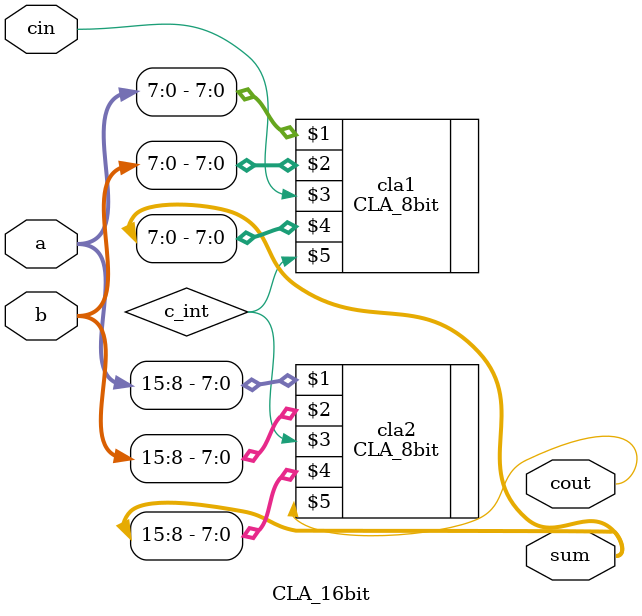
<source format=v>
`timescale 1ns / 1ps


module CLA_16bit(a,b,cin,sum,cout);

//declaring input and output variables
input [15:0]a,b;
input cin;
output [15:0]sum;
output cout;

//wire for intermediate carry
wire c_int;

//instantiating 4bit CLA
CLA_8bit cla1(a[7:0],b[7:0],cin,sum[7:0],c_int);
CLA_8bit cla2(a[15:8],b[15:8],c_int,sum[15:8],cout);

endmodule

</source>
